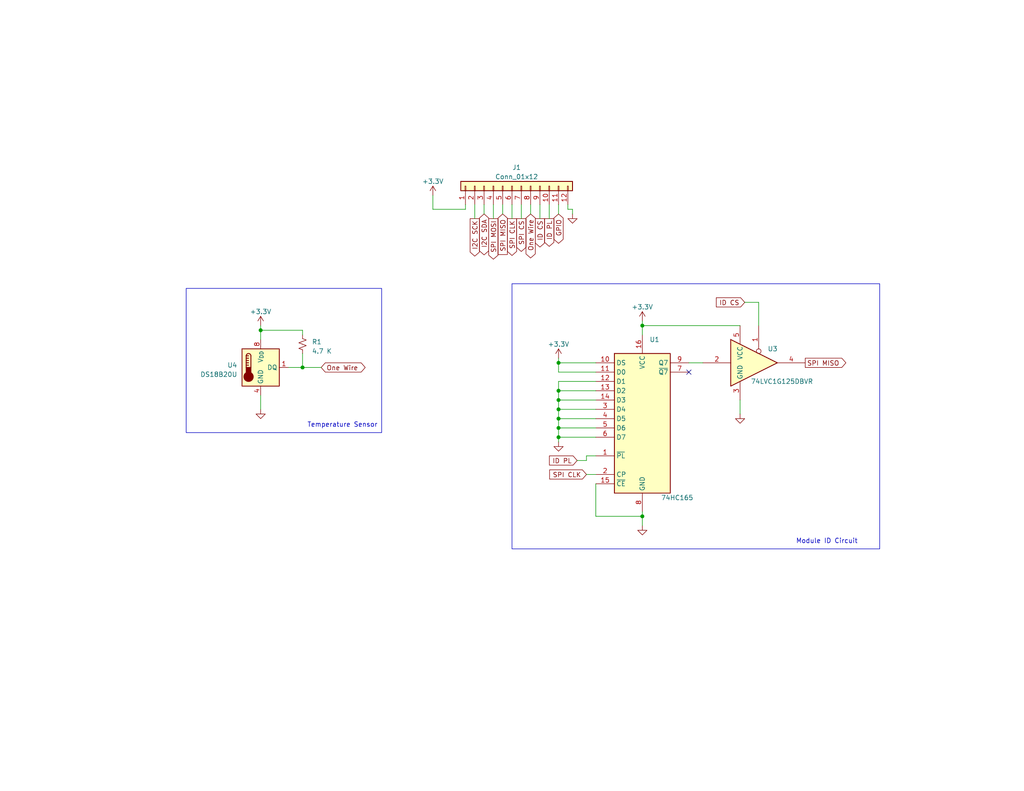
<source format=kicad_sch>
(kicad_sch (version 20230121) (generator eeschema)
  (paper "USLetter")
  (title_block (title "Ambient Temperature Sensor Subsystem") (date "2023-07-13") (rev "A.1") (company "NSE Labs"))
  (lib_symbols
    (symbol "74xGxx:74LVC1G125"
      (property "Reference" "U" (at -10.16 7.62 0))
      (property "Value" "74LVC1G125" (at 2.54 -7.62 0))
      (symbol "74LVC1G125_0_1"
        (polyline (pts (xy -7.62 6.35) (xy -7.62 -6.35) (xy 5.08 0) (xy -7.62 6.35)) (stroke (width 0.254)) (fill (type background)))
      )
      (symbol "74LVC1G125_1_1"
        (pin input inverted (at 0 10.16 270) (length 7.62) (name "~") (number "1"))
        (pin input line (at -15.24 0 0) (length 7.62) (name "~") (number "2"))
        (pin power_in line (at -5.08 -10.16 90) (length 5.08) (name "GND") (number "3"))
        (pin tri_state line (at 12.7 0 180) (length 7.62) (name "~") (number "4"))
        (pin power_in line (at -5.08 10.16 270) (length 5.08) (name "VCC") (number "5"))
      )
    )
    (symbol "74xx:74HC165"
      (property "Reference" "U" (at -7.62 19.05 0))
      (property "Value" "74HC165" (at -7.62 -21.59 0))
      (symbol "74HC165_1_0"
        (pin input line (at -12.7 -10.16 0) (length 5.08) (name "~{PL}") (number "1"))
        (pin input line (at -12.7 15.24 0) (length 5.08) (name "DS") (number "10"))
        (pin input line (at -12.7 12.7 0) (length 5.08) (name "D0") (number "11"))
        (pin input line (at -12.7 10.16 0) (length 5.08) (name "D1") (number "12"))
        (pin input line (at -12.7 7.62 0) (length 5.08) (name "D2") (number "13"))
        (pin input line (at -12.7 5.08 0) (length 5.08) (name "D3") (number "14"))
        (pin input line (at -12.7 -17.78 0) (length 5.08) (name "~{CE}") (number "15"))
        (pin power_in line (at 0 22.86 270) (length 5.08) (name "VCC") (number "16"))
        (pin input line (at -12.7 -15.24 0) (length 5.08) (name "CP") (number "2"))
        (pin input line (at -12.7 2.54 0) (length 5.08) (name "D4") (number "3"))
        (pin input line (at -12.7 0 0) (length 5.08) (name "D5") (number "4"))
        (pin input line (at -12.7 -2.54 0) (length 5.08) (name "D6") (number "5"))
        (pin input line (at -12.7 -5.08 0) (length 5.08) (name "D7") (number "6"))
        (pin output line (at 12.7 12.7 180) (length 5.08) (name "~{Q7}") (number "7"))
        (pin power_in line (at 0 -25.4 90) (length 5.08) (name "GND") (number "8"))
        (pin output line (at 12.7 15.24 180) (length 5.08) (name "Q7") (number "9"))
      )
      (symbol "74HC165_1_1"
        (rectangle (start -7.62 17.78) (end 7.62 -20.32) (stroke (width 0.254)) (fill (type background)))
      )
    )
    (symbol "Connector_Generic:Conn_01x12" (pin_names (offset 1.016) hide)
      (property "Reference" "J" (at 0 15.24 0))
      (property "Value" "Conn_01x12" (at 0 -17.78 0))
      (symbol "Conn_01x12_1_1"
        (rectangle (start -1.27 -15.113) (end 0 -15.367) (stroke (width 0.1524)))
        (rectangle (start -1.27 -12.573) (end 0 -12.827) (stroke (width 0.1524)))
        (rectangle (start -1.27 -10.033) (end 0 -10.287) (stroke (width 0.1524)))
        (rectangle (start -1.27 -7.493) (end 0 -7.747) (stroke (width 0.1524)))
        (rectangle (start -1.27 -4.953) (end 0 -5.207) (stroke (width 0.1524)))
        (rectangle (start -1.27 -2.413) (end 0 -2.667) (stroke (width 0.1524)))
        (rectangle (start -1.27 0.127) (end 0 -0.127) (stroke (width 0.1524)))
        (rectangle (start -1.27 2.667) (end 0 2.413) (stroke (width 0.1524)))
        (rectangle (start -1.27 5.207) (end 0 4.953) (stroke (width 0.1524)))
        (rectangle (start -1.27 7.747) (end 0 7.493) (stroke (width 0.1524)))
        (rectangle (start -1.27 10.287) (end 0 10.033) (stroke (width 0.1524)))
        (rectangle (start -1.27 12.827) (end 0 12.573) (stroke (width 0.1524)))
        (rectangle (start -1.27 13.97) (end 1.27 -16.51) (stroke (width 0.254)) (fill (type background)))
        (pin passive line (at -5.08 12.7 0) (length 3.81) (name "Pin_1") (number "1"))
        (pin passive line (at -5.08 -10.16 0) (length 3.81) (name "Pin_10") (number "10"))
        (pin passive line (at -5.08 -12.7 0) (length 3.81) (name "Pin_11") (number "11"))
        (pin passive line (at -5.08 -15.24 0) (length 3.81) (name "Pin_12") (number "12"))
        (pin passive line (at -5.08 10.16 0) (length 3.81) (name "Pin_2") (number "2"))
        (pin passive line (at -5.08 7.62 0) (length 3.81) (name "Pin_3") (number "3"))
        (pin passive line (at -5.08 5.08 0) (length 3.81) (name "Pin_4") (number "4"))
        (pin passive line (at -5.08 2.54 0) (length 3.81) (name "Pin_5") (number "5"))
        (pin passive line (at -5.08 0 0) (length 3.81) (name "Pin_6") (number "6"))
        (pin passive line (at -5.08 -2.54 0) (length 3.81) (name "Pin_7") (number "7"))
        (pin passive line (at -5.08 -5.08 0) (length 3.81) (name "Pin_8") (number "8"))
        (pin passive line (at -5.08 -7.62 0) (length 3.81) (name "Pin_9") (number "9"))
      )
    )
    (symbol "Device:R_Small_US" (pin_numbers hide) (pin_names (offset 0.254) hide)
      (property "Reference" "R" (at 0.762 0.508 0))
      (property "Value" "R_Small_US" (at 0.762 -1.016 0))
      (symbol "R_Small_US_1_1"
        (polyline (pts (xy 0 0) (xy 1.016 -0.381) (xy 0 -0.762) (xy -1.016 -1.143) (xy 0 -1.524)))
        (polyline (pts (xy 0 1.524) (xy 1.016 1.143) (xy 0 0.762) (xy -1.016 0.381) (xy 0 0)))
        (pin passive line (at 0 2.54 270) (length 1.016) (name "~") (number "1"))
        (pin passive line (at 0 -2.54 90) (length 1.016) (name "~") (number "2"))
      )
    )
    (symbol "Sensor_Temperature:DS18B20U"
      (property "Reference" "U" (at -3.81 6.35 0))
      (property "Value" "DS18B20U" (at 6.35 6.35 0))
      (symbol "DS18B20U_0_1"
        (rectangle (start -5.08 5.08) (end 5.08 -5.08) (stroke (width 0.254)) (fill (type background)))
        (circle (center -3.302 -2.54) (radius 1.27) (stroke (width 0.254)) (fill (type outline)))
        (rectangle (start -2.667 -1.905) (end -3.937 0) (stroke (width 0.254)) (fill (type outline)))
        (arc (start -2.667 3.175) (mid -3.302 3.8073) (end -3.937 3.175) (stroke (width 0.254)))
        (polyline (pts (xy -3.937 0.635) (xy -3.302 0.635)) (stroke (width 0.254)))
        (polyline (pts (xy -3.937 1.27) (xy -3.302 1.27)) (stroke (width 0.254)))
        (polyline (pts (xy -3.937 1.905) (xy -3.302 1.905)) (stroke (width 0.254)))
        (polyline (pts (xy -3.937 2.54) (xy -3.302 2.54)) (stroke (width 0.254)))
        (polyline (pts (xy -3.937 3.175) (xy -3.937 0)) (stroke (width 0.254)))
        (polyline (pts (xy -3.937 3.175) (xy -3.302 3.175)) (stroke (width 0.254)))
        (polyline (pts (xy -2.667 3.175) (xy -2.667 0)) (stroke (width 0.254)))
      )
      (symbol "DS18B20U_1_1"
        (pin bidirectional line (at 7.62 0 180) (length 2.54) (name "DQ") (number "1"))
        (pin no_connect line (at -5.08 2.54 0) (length 2.54) hide (name "NC") (number "2"))
        (pin no_connect line (at -5.08 0 0) (length 2.54) hide (name "NC") (number "3"))
        (pin power_in line (at 0 -7.62 90) (length 2.54) (name "GND") (number "4"))
        (pin no_connect line (at -5.08 -2.54 0) (length 2.54) hide (name "NC") (number "5"))
        (pin no_connect line (at 5.08 2.54 180) (length 2.54) hide (name "NC") (number "6"))
        (pin no_connect line (at 5.08 -2.54 180) (length 2.54) hide (name "NC") (number "7"))
        (pin power_in line (at 0 7.62 270) (length 2.54) (name "V_{DD}") (number "8"))
      )
    )
    (symbol "power:+3.3V" (power) (pin_names (offset 0))
      (property "Value" "+3.3V" (at 0 3.556 0))
      (symbol "+3.3V_0_1"
        (polyline (pts (xy -0.762 1.27) (xy 0 2.54)))
        (polyline (pts (xy 0 0) (xy 0 2.54)))
        (polyline (pts (xy 0 2.54) (xy 0.762 1.27)))
      )
      (symbol "+3.3V_1_1"
        (pin power_in line (at 0 0 90) (length 0) hide (name "+3.3V") (number "1"))
      )
    )
    (symbol "power:GND" (power) (pin_names (offset 0))
      (property "Value" "GND" (at 0 -3.81 0))
      (symbol "GND_0_1"
        (polyline (pts (xy 0 0) (xy 0 -1.27) (xy 1.27 -1.27) (xy 0 -2.54) (xy -1.27 -1.27) (xy 0 -1.27)))
      )
      (symbol "GND_1_1"
        (pin power_in line (at 0 0 270) (length 0) hide (name "GND") (number "1"))
      )
    )
  )
  (junction (at 152.4 109.22))
  (junction (at 152.4 106.68))
  (junction (at 175.26 140.97))
  (junction (at 152.4 116.84))
  (junction (at 175.26 88.9))
  (junction (at 152.4 114.3))
  (junction (at 152.4 119.38))
  (junction (at 152.4 99.06))
  (junction (at 152.4 111.76))
  (junction (at 82.55 100.33))
  (junction (at 71.12 90.17))
  (no_connect (at 187.96 101.6))
  (wire (pts (xy 82.55 91.44) (xy 82.55 90.17)))
  (wire (pts (xy 152.4 97.79) (xy 152.4 99.06)))
  (wire (pts (xy 175.26 87.63) (xy 175.26 88.9)))
  (wire (pts (xy 118.11 53.34) (xy 118.11 57.15)))
  (wire (pts (xy 162.56 109.22) (xy 152.4 109.22)))
  (wire (pts (xy 139.7 55.88) (xy 139.7 59.69)))
  (wire (pts (xy 162.56 140.97) (xy 175.26 140.97)))
  (wire (pts (xy 162.56 132.08) (xy 162.56 140.97)))
  (wire (pts (xy 175.26 139.7) (xy 175.26 140.97)))
  (wire (pts (xy 152.4 111.76) (xy 152.4 114.3)))
  (wire (pts (xy 152.4 119.38) (xy 152.4 120.65)))
  (wire (pts (xy 175.26 88.9) (xy 175.26 91.44)))
  (wire (pts (xy 152.4 116.84) (xy 152.4 119.38)))
  (wire (pts (xy 187.96 99.06) (xy 191.77 99.06)))
  (wire (pts (xy 203.2 82.55) (xy 207.01 82.55)))
  (wire (pts (xy 152.4 114.3) (xy 152.4 116.84)))
  (wire (pts (xy 129.54 55.88) (xy 129.54 59.69)))
  (wire (pts (xy 160.02 125.73) (xy 160.02 124.46)))
  (wire (pts (xy 152.4 119.38) (xy 162.56 119.38)))
  (wire (pts (xy 152.4 111.76) (xy 162.56 111.76)))
  (wire (pts (xy 147.32 55.88) (xy 147.32 59.69)))
  (wire (pts (xy 156.21 57.15) (xy 156.21 58.42)))
  (wire (pts (xy 82.55 100.33) (xy 87.63 100.33)))
  (wire (pts (xy 207.01 88.9) (xy 207.01 82.55)))
  (wire (pts (xy 160.02 129.54) (xy 162.56 129.54)))
  (wire (pts (xy 149.86 55.88) (xy 149.86 59.69)))
  (wire (pts (xy 137.16 55.88) (xy 137.16 58.42)))
  (wire (pts (xy 71.12 90.17) (xy 71.12 92.71)))
  (wire (pts (xy 71.12 90.17) (xy 82.55 90.17)))
  (wire (pts (xy 175.26 140.97) (xy 175.26 143.51)))
  (wire (pts (xy 152.4 106.68) (xy 152.4 104.14)))
  (wire (pts (xy 78.74 100.33) (xy 82.55 100.33)))
  (wire (pts (xy 152.4 55.88) (xy 152.4 58.42)))
  (wire (pts (xy 156.21 57.15) (xy 154.94 57.15)))
  (wire (pts (xy 152.4 99.06) (xy 162.56 99.06)))
  (wire (pts (xy 152.4 114.3) (xy 162.56 114.3)))
  (wire (pts (xy 201.93 109.22) (xy 201.93 113.03)))
  (wire (pts (xy 71.12 107.95) (xy 71.12 111.76)))
  (wire (pts (xy 132.08 55.88) (xy 132.08 58.42)))
  (wire (pts (xy 152.4 106.68) (xy 162.56 106.68)))
  (wire (pts (xy 82.55 96.52) (xy 82.55 100.33)))
  (wire (pts (xy 162.56 116.84) (xy 152.4 116.84)))
  (wire (pts (xy 152.4 104.14) (xy 162.56 104.14)))
  (wire (pts (xy 134.62 55.88) (xy 134.62 59.69)))
  (wire (pts (xy 152.4 109.22) (xy 152.4 111.76)))
  (wire (pts (xy 144.78 55.88) (xy 144.78 58.42)))
  (wire (pts (xy 152.4 99.06) (xy 152.4 101.6)))
  (wire (pts (xy 157.48 125.73) (xy 160.02 125.73)))
  (wire (pts (xy 160.02 124.46) (xy 162.56 124.46)))
  (wire (pts (xy 118.11 57.15) (xy 127 57.15)))
  (wire (pts (xy 127 55.88) (xy 127 57.15)))
  (wire (pts (xy 201.93 88.9) (xy 175.26 88.9)))
  (wire (pts (xy 71.12 88.9) (xy 71.12 90.17)))
  (wire (pts (xy 152.4 106.68) (xy 152.4 109.22)))
  (wire (pts (xy 154.94 57.15) (xy 154.94 55.88)))
  (wire (pts (xy 142.24 55.88) (xy 142.24 59.69)))
  (wire (pts (xy 152.4 101.6) (xy 162.56 101.6)))
  (rectangle (start 139.7 77.47) (end 240.03 149.86))
  (rectangle (start 50.8 78.74) (end 104.14 118.11))
  (text "Module ID Circuit" (at 217.17 148.59 0) (effects (font (size 1.27 1.27)) (justify left bottom)))
  (text "Temperature Sensor" (at 83.82 116.84 0) (effects (font (size 1.27 1.27)) (justify left bottom)))
  (global_label "I2C SCK" (shape output) (at 129.54 59.69 270) (property "Intersheetrefs" "${INTERSHEET_REFS}" (effects hide)))
  (global_label "SPI CS" (shape output) (at 142.24 59.69 270) (property "Intersheetrefs" "${INTERSHEET_REFS}" (effects hide)))
  (global_label "ID PL" (shape input) (at 157.48 125.73 180) (property "Intersheetrefs" "${INTERSHEET_REFS}" (effects hide)))
  (global_label "SPI MISO" (shape input) (at 137.16 58.42 270) (property "Intersheetrefs" "${INTERSHEET_REFS}" (effects hide)))
  (global_label "SPI CLK" (shape output) (at 139.7 59.69 270) (property "Intersheetrefs" "${INTERSHEET_REFS}" (effects hide)))
  (global_label "GPIO" (shape bidirectional) (at 152.4 58.42 270) (property "Intersheetrefs" "${INTERSHEET_REFS}" (effects hide)))
  (global_label "SPI MOSI" (shape output) (at 134.62 59.69 270) (property "Intersheetrefs" "${INTERSHEET_REFS}" (effects hide)))
  (global_label "One Wire" (shape bidirectional) (at 144.78 58.42 270) (property "Intersheetrefs" "${INTERSHEET_REFS}" (effects hide)))
  (global_label "ID CS" (shape input) (at 203.2 82.55 180) (property "Intersheetrefs" "${INTERSHEET_REFS}" (effects hide)))
  (global_label "ID PL" (shape output) (at 149.86 59.69 270) (property "Intersheetrefs" "${INTERSHEET_REFS}" (effects hide)))
  (global_label "I2C SDA" (shape bidirectional) (at 132.08 58.42 270) (property "Intersheetrefs" "${INTERSHEET_REFS}" (effects hide)))
  (global_label "SPI CLK" (shape input) (at 160.02 129.54 180) (property "Intersheetrefs" "${INTERSHEET_REFS}" (effects hide)))
  (global_label "ID CS" (shape output) (at 147.32 59.69 270) (property "Intersheetrefs" "${INTERSHEET_REFS}" (effects hide)))
  (global_label "One Wire" (shape bidirectional) (at 87.63 100.33 0) (property "Intersheetrefs" "${INTERSHEET_REFS}" (effects hide)))
  (global_label "SPI MISO" (shape output) (at 219.71 99.06 0) (property "Intersheetrefs" "${INTERSHEET_REFS}" (effects hide)))
  (symbol (lib_id "power:GND") (at 156.21 58.42 0) (unit 1)
    (property "Reference" "#PWR04" (effects hide))
    (property "Value" "GND" (effects hide))
  )
  (symbol (lib_id "74xx:74HC165") (at 175.26 114.3 0) (unit 1)
    (property "Reference" "U1" (at 177.2159 92.71 0) (effects (justify left)))
    (property "Value" "74HC165" (at 180.34 135.89 0) (effects (justify left)))
    (property "Datasheet" "https://assets.nexperia.com/documents/data-sheet/74HC_HCT165.pdf" (effects hide))
  )
  (symbol (lib_id "power:+3.3V") (at 118.11 53.34 0) (unit 1)
    (property "Reference" "#PWR01" (effects hide))
    (property "Value" "+3.3V" (at 118.11 49.53 0))
  )
  (symbol (lib_id "Connector_Generic:Conn_01x12") (at 139.7 50.8 90) (unit 1)
    (property "Reference" "J1" (at 140.97 45.72 90))
    (property "Value" "Conn_01x12" (at 140.97 48.26 90))
  )
  (symbol (lib_id "power:GND") (at 152.4 120.65 0) (unit 1)
    (property "Reference" "#PWR08" (effects hide))
    (property "Value" "GND" (effects hide))
  )
  (symbol (lib_id "Device:R_Small_US") (at 82.55 93.98 0) (unit 1)
    (property "Reference" "R1" (at 85.09 93.345 0) (effects (justify left)))
    (property "Value" "4.7 K" (at 85.09 95.885 0) (effects (justify left)))
  )
  (symbol (lib_id "power:+3.3V") (at 175.26 87.63 0) (unit 1)
    (property "Reference" "#PWR03" (effects hide))
    (property "Value" "+3.3V" (at 175.26 83.82 0))
  )
  (symbol (lib_id "power:+3.3V") (at 71.12 88.9 0) (unit 1)
    (property "Reference" "#PWR02" (effects hide))
    (property "Value" "+3.3V" (at 71.12 85.09 0))
  )
  (symbol (lib_id "Sensor_Temperature:DS18B20U") (at 71.12 100.33 0) (unit 1)
    (property "Reference" "U4" (at 64.77 99.695 0) (effects (justify right)))
    (property "Value" "DS18B20U" (at 64.77 102.235 0) (effects (justify right)))
    (property "Footprint" "Package_SO:MSOP-8_3x3mm_P0.65mm" (effects hide))
    (property "Datasheet" "http://datasheets.maximintegrated.com/en/ds/DS18B20.pdf" (effects hide))
  )
  (symbol (lib_id "power:+3.3V") (at 152.4 97.79 0) (unit 1)
    (property "Reference" "#PWR07" (effects hide))
    (property "Value" "+3.3V" (at 152.4 93.98 0))
  )
  (symbol (lib_id "power:GND") (at 201.93 113.03 0) (unit 1)
    (property "Reference" "#PWR09" (effects hide))
    (property "Value" "GND" (effects hide))
  )
  (symbol (lib_id "power:GND") (at 71.12 111.76 0) (unit 1)
    (property "Reference" "#PWR06" (effects hide))
    (property "Value" "GND" (effects hide))
  )
  (symbol (lib_id "74xGxx:74LVC1G125") (at 207.01 99.06 0) (unit 1)
    (property "Reference" "U3" (at 210.82 95.25 0))
    (property "Value" "74LVC1G125DBVR" (at 213.36 104.14 0))
    (property "Datasheet" "https://www.ti.com/lit/ds/symlink/sn74lvc1g125.pdf" (effects hide))
  )
  (symbol (lib_id "power:GND") (at 175.26 143.51 0) (unit 1)
    (property "Reference" "#PWR05" (effects hide))
    (property "Value" "GND" (effects hide))
  )
)
</source>
